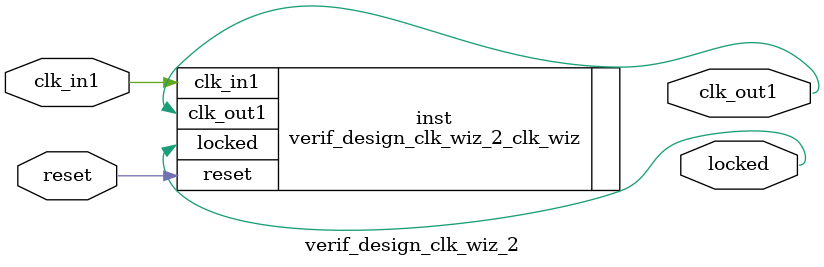
<source format=v>


`timescale 1ps/1ps

(* CORE_GENERATION_INFO = "verif_design_clk_wiz_2,clk_wiz_v6_0_14_0_0,{component_name=verif_design_clk_wiz_2,use_phase_alignment=true,use_min_o_jitter=false,use_max_i_jitter=false,use_dyn_phase_shift=false,use_inclk_switchover=false,use_dyn_reconfig=false,enable_axi=0,feedback_source=FDBK_AUTO,PRIMITIVE=MMCM,num_out_clk=1,clkin1_period=10.000,clkin2_period=10.000,use_power_down=false,use_reset=true,use_locked=true,use_inclk_stopped=false,feedback_type=SINGLE,CLOCK_MGR_TYPE=NA,manual_override=false}" *)

module verif_design_clk_wiz_2 
 (
  // Clock out ports
  output        clk_out1,
  // Status and control signals
  input         reset,
  output        locked,
 // Clock in ports
  input         clk_in1
 );

  verif_design_clk_wiz_2_clk_wiz inst
  (
  // Clock out ports  
  .clk_out1(clk_out1),
  // Status and control signals               
  .reset(reset), 
  .locked(locked),
 // Clock in ports
  .clk_in1(clk_in1)
  );

endmodule

</source>
